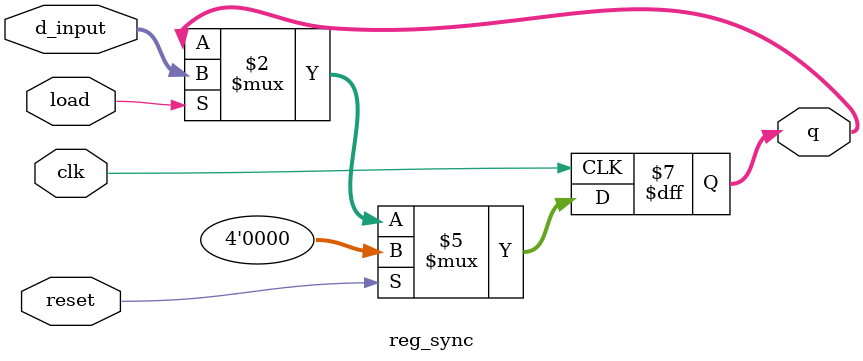
<source format=v>
`timescale 1ns / 1ps


module reg_sync(
    input [3:0]d_input,
    input reset,
    input load,
    input clk,
    output reg[3:0]q
    );
    
    always @(posedge clk)
        if (reset)
        begin
            q <= 4'b0000;
        end
        else if (load)
        begin
            q <= d_input;
        end

    
endmodule

</source>
